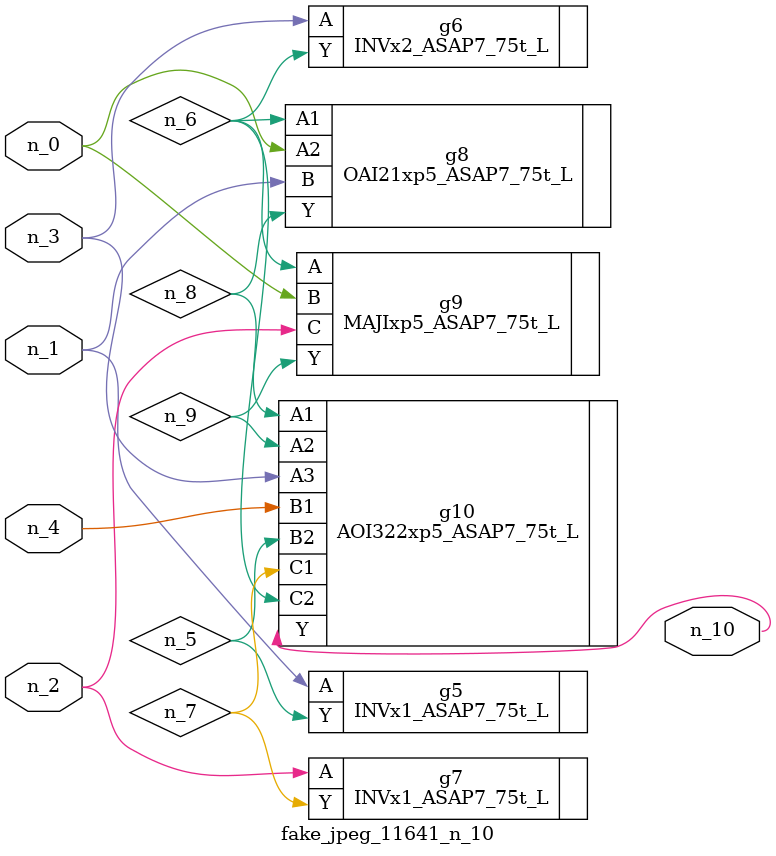
<source format=v>
module fake_jpeg_11641_n_10 (n_3, n_2, n_1, n_0, n_4, n_10);

input n_3;
input n_2;
input n_1;
input n_0;
input n_4;

output n_10;

wire n_8;
wire n_9;
wire n_6;
wire n_5;
wire n_7;

INVx1_ASAP7_75t_L g5 ( 
.A(n_1),
.Y(n_5)
);

INVx2_ASAP7_75t_L g6 ( 
.A(n_3),
.Y(n_6)
);

INVx1_ASAP7_75t_L g7 ( 
.A(n_2),
.Y(n_7)
);

OAI21xp5_ASAP7_75t_L g8 ( 
.A1(n_6),
.A2(n_0),
.B(n_1),
.Y(n_8)
);

AOI322xp5_ASAP7_75t_L g10 ( 
.A1(n_8),
.A2(n_9),
.A3(n_3),
.B1(n_4),
.B2(n_5),
.C1(n_7),
.C2(n_6),
.Y(n_10)
);

MAJIxp5_ASAP7_75t_L g9 ( 
.A(n_6),
.B(n_0),
.C(n_2),
.Y(n_9)
);


endmodule
</source>
